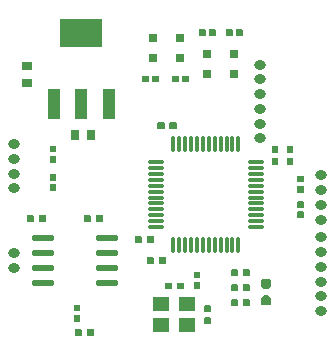
<source format=gtp>
G04 Layer: TopPasteMaskLayer*
G04 EasyEDA v6.5.40, 2024-02-04 21:12:00*
G04 47bb9c72da8d420c99b3d15ae168fc4e,2e16165ee3bb4678bfb3015e44e098b9,10*
G04 Gerber Generator version 0.2*
G04 Scale: 100 percent, Rotated: No, Reflected: No *
G04 Dimensions in millimeters *
G04 leading zeros omitted , absolute positions ,4 integer and 5 decimal *
%FSLAX45Y45*%
%MOMM*%

%AMMACRO1*21,1,$1,$2,0,0,$3*%
%ADD10R,0.9000X0.8000*%
%ADD11R,0.8000X0.9000*%
%ADD12R,0.8000X0.8000*%
%ADD13O,1.950212X0.5684012*%
%ADD14O,0.9999979999999999X0.7999984*%
%ADD15R,1.1000X2.5000*%
%ADD16MACRO1,3.6002X2.3398X0.0000*%
%ADD17O,0.27000199999999996X1.499997*%
%ADD18O,1.499997X0.27000199999999996*%
%ADD19R,1.4000X1.2000*%
%ADD20R,0.0155X1.2000*%

%LPD*%
G36*
X455371Y-1763217D02*
G01*
X450392Y-1768195D01*
X450392Y-1813204D01*
X455371Y-1818182D01*
X508406Y-1818182D01*
X513384Y-1813204D01*
X513384Y-1768195D01*
X508406Y-1763217D01*
G37*
G36*
X558393Y-1763217D02*
G01*
X553415Y-1768195D01*
X553415Y-1813204D01*
X558393Y-1818182D01*
X611378Y-1818182D01*
X616407Y-1813204D01*
X616407Y-1768195D01*
X611378Y-1763217D01*
G37*
G36*
X75793Y-1763217D02*
G01*
X70815Y-1768195D01*
X70815Y-1813204D01*
X75793Y-1818182D01*
X128778Y-1818182D01*
X133807Y-1813204D01*
X133807Y-1768195D01*
X128778Y-1763217D01*
G37*
G36*
X-27178Y-1763217D02*
G01*
X-32207Y-1768195D01*
X-32207Y-1813204D01*
X-27178Y-1818182D01*
X25806Y-1818182D01*
X30784Y-1813204D01*
X30784Y-1768195D01*
X25806Y-1763217D01*
G37*
G36*
X379222Y-2728417D02*
G01*
X374192Y-2733395D01*
X374192Y-2778404D01*
X379222Y-2783382D01*
X432206Y-2783382D01*
X437184Y-2778404D01*
X437184Y-2733395D01*
X432206Y-2728417D01*
G37*
G36*
X482193Y-2728417D02*
G01*
X477215Y-2733395D01*
X477215Y-2778404D01*
X482193Y-2783382D01*
X535178Y-2783382D01*
X540207Y-2778404D01*
X540207Y-2733395D01*
X535178Y-2728417D01*
G37*
G36*
X1077671Y-975817D02*
G01*
X1072692Y-980795D01*
X1072692Y-1025804D01*
X1077671Y-1030782D01*
X1130706Y-1030782D01*
X1135684Y-1025804D01*
X1135684Y-980795D01*
X1130706Y-975817D01*
G37*
G36*
X1180693Y-975817D02*
G01*
X1175715Y-980795D01*
X1175715Y-1025804D01*
X1180693Y-1030782D01*
X1233678Y-1030782D01*
X1238707Y-1025804D01*
X1238707Y-980795D01*
X1233678Y-975817D01*
G37*
G36*
X2047595Y-1174292D02*
G01*
X2042617Y-1179271D01*
X2042617Y-1232306D01*
X2047595Y-1237284D01*
X2092604Y-1237284D01*
X2097582Y-1232306D01*
X2097582Y-1179271D01*
X2092604Y-1174292D01*
G37*
G36*
X2047595Y-1277315D02*
G01*
X2042617Y-1282293D01*
X2042617Y-1335278D01*
X2047595Y-1340307D01*
X2092604Y-1340307D01*
X2097582Y-1335278D01*
X2097582Y-1282293D01*
X2092604Y-1277315D01*
G37*
G36*
X887171Y-1940966D02*
G01*
X882192Y-1945995D01*
X882192Y-1991004D01*
X887171Y-1995982D01*
X940206Y-1995982D01*
X945184Y-1991004D01*
X945184Y-1945995D01*
X940206Y-1940966D01*
G37*
G36*
X990193Y-1940966D02*
G01*
X985215Y-1945995D01*
X985215Y-1991004D01*
X990193Y-1995982D01*
X1043178Y-1995982D01*
X1048207Y-1991004D01*
X1048207Y-1945995D01*
X1043178Y-1940966D01*
G37*
G36*
X1091793Y-2118817D02*
G01*
X1086815Y-2123795D01*
X1086815Y-2168804D01*
X1091793Y-2173782D01*
X1144778Y-2173782D01*
X1149807Y-2168804D01*
X1149807Y-2123795D01*
X1144778Y-2118817D01*
G37*
G36*
X988821Y-2118817D02*
G01*
X983792Y-2123795D01*
X983792Y-2168804D01*
X988821Y-2173782D01*
X1041806Y-2173782D01*
X1046784Y-2168804D01*
X1046784Y-2123795D01*
X1041806Y-2118817D01*
G37*
G36*
X1705000Y-2347366D02*
G01*
X1699971Y-2352395D01*
X1699971Y-2397404D01*
X1705000Y-2402382D01*
X1753006Y-2402382D01*
X1759966Y-2397404D01*
X1759966Y-2352395D01*
X1753006Y-2347366D01*
G37*
G36*
X1802993Y-2347366D02*
G01*
X1795983Y-2352395D01*
X1795983Y-2397404D01*
X1802993Y-2402382D01*
X1850999Y-2402382D01*
X1855978Y-2397404D01*
X1855978Y-2352395D01*
X1850999Y-2347366D01*
G37*
G36*
X1705000Y-2474366D02*
G01*
X1699971Y-2479395D01*
X1699971Y-2524404D01*
X1705000Y-2529382D01*
X1753006Y-2529382D01*
X1759966Y-2524404D01*
X1759966Y-2479395D01*
X1753006Y-2474366D01*
G37*
G36*
X1802993Y-2474366D02*
G01*
X1795983Y-2479395D01*
X1795983Y-2524404D01*
X1802993Y-2529382D01*
X1850999Y-2529382D01*
X1855978Y-2524404D01*
X1855978Y-2479395D01*
X1850999Y-2474366D01*
G37*
G36*
X1244193Y-2334717D02*
G01*
X1237183Y-2339695D01*
X1237183Y-2384704D01*
X1244193Y-2389682D01*
X1292199Y-2389682D01*
X1297178Y-2384704D01*
X1297178Y-2339695D01*
X1292199Y-2334717D01*
G37*
G36*
X1146200Y-2334717D02*
G01*
X1141222Y-2339695D01*
X1141222Y-2384704D01*
X1146200Y-2389682D01*
X1194206Y-2389682D01*
X1201216Y-2384704D01*
X1201216Y-2339695D01*
X1194206Y-2334717D01*
G37*
G36*
X1476095Y-2525471D02*
G01*
X1471117Y-2530500D01*
X1471117Y-2578506D01*
X1476095Y-2585516D01*
X1521104Y-2585516D01*
X1526082Y-2578506D01*
X1526082Y-2530500D01*
X1521104Y-2525471D01*
G37*
G36*
X1476095Y-2621483D02*
G01*
X1471117Y-2628493D01*
X1471117Y-2676499D01*
X1476095Y-2681478D01*
X1521104Y-2681478D01*
X1526082Y-2676499D01*
X1526082Y-2628493D01*
X1521104Y-2621483D01*
G37*
G36*
X1705000Y-2220366D02*
G01*
X1699971Y-2225395D01*
X1699971Y-2270404D01*
X1705000Y-2275382D01*
X1753006Y-2275382D01*
X1759966Y-2270404D01*
X1759966Y-2225395D01*
X1753006Y-2220366D01*
G37*
G36*
X1802993Y-2220366D02*
G01*
X1795983Y-2225395D01*
X1795983Y-2270404D01*
X1802993Y-2275382D01*
X1850999Y-2275382D01*
X1855978Y-2270404D01*
X1855978Y-2225395D01*
X1850999Y-2220366D01*
G37*
G36*
X2174595Y-1275283D02*
G01*
X2169617Y-1282293D01*
X2169617Y-1330299D01*
X2174595Y-1335278D01*
X2219604Y-1335278D01*
X2224582Y-1330299D01*
X2224582Y-1282293D01*
X2219604Y-1275283D01*
G37*
G36*
X2174595Y-1179322D02*
G01*
X2169617Y-1184300D01*
X2169617Y-1232306D01*
X2174595Y-1239316D01*
X2219604Y-1239316D01*
X2224582Y-1232306D01*
X2224582Y-1184300D01*
X2219604Y-1179322D01*
G37*
G36*
X1957578Y-2303678D02*
G01*
X1951177Y-2310079D01*
X1951177Y-2360422D01*
X1980539Y-2387854D01*
X2008174Y-2387854D01*
X2037588Y-2360422D01*
X2037588Y-2310079D01*
X2031187Y-2303678D01*
G37*
G36*
X1981657Y-2439416D02*
G01*
X1952294Y-2466797D01*
X1952294Y-2517140D01*
X1958695Y-2523540D01*
X2032304Y-2523540D01*
X2038705Y-2517140D01*
X2038705Y-2466797D01*
X2009292Y-2439416D01*
G37*
G36*
X1033475Y-582574D02*
G01*
X1029512Y-586587D01*
X1029512Y-632612D01*
X1033475Y-636625D01*
X1083564Y-636625D01*
X1087577Y-632612D01*
X1087577Y-586587D01*
X1083564Y-582574D01*
G37*
G36*
X948436Y-582574D02*
G01*
X944422Y-586587D01*
X944422Y-632612D01*
X948436Y-636625D01*
X998474Y-636625D01*
X1002487Y-632612D01*
X1002487Y-586587D01*
X998474Y-582574D01*
G37*
G36*
X1202436Y-582574D02*
G01*
X1198422Y-586587D01*
X1198422Y-632612D01*
X1202436Y-636625D01*
X1252474Y-636625D01*
X1256487Y-632612D01*
X1256487Y-586587D01*
X1252474Y-582574D01*
G37*
G36*
X1287475Y-582574D02*
G01*
X1283512Y-586587D01*
X1283512Y-632612D01*
X1287475Y-636625D01*
X1337564Y-636625D01*
X1341577Y-632612D01*
X1341577Y-586587D01*
X1337564Y-582574D01*
G37*
G36*
X1659636Y-188874D02*
G01*
X1655622Y-192887D01*
X1655622Y-238912D01*
X1659636Y-242925D01*
X1709674Y-242925D01*
X1713687Y-238912D01*
X1713687Y-192887D01*
X1709674Y-188874D01*
G37*
G36*
X1744675Y-188874D02*
G01*
X1740712Y-192887D01*
X1740712Y-238912D01*
X1744675Y-242925D01*
X1794764Y-242925D01*
X1798777Y-238912D01*
X1798777Y-192887D01*
X1794764Y-188874D01*
G37*
G36*
X1516075Y-188874D02*
G01*
X1512112Y-192887D01*
X1512112Y-238912D01*
X1516075Y-242925D01*
X1566164Y-242925D01*
X1570177Y-238912D01*
X1570177Y-192887D01*
X1566164Y-188874D01*
G37*
G36*
X1431036Y-188874D02*
G01*
X1427022Y-192887D01*
X1427022Y-238912D01*
X1431036Y-242925D01*
X1481074Y-242925D01*
X1485087Y-238912D01*
X1485087Y-192887D01*
X1481074Y-188874D01*
G37*
G36*
X370687Y-2519222D02*
G01*
X366674Y-2523236D01*
X366674Y-2573274D01*
X370687Y-2577287D01*
X416712Y-2577287D01*
X420725Y-2573274D01*
X420725Y-2523236D01*
X416712Y-2519222D01*
G37*
G36*
X370687Y-2604312D02*
G01*
X366674Y-2608275D01*
X366674Y-2658364D01*
X370687Y-2662377D01*
X416712Y-2662377D01*
X420725Y-2658364D01*
X420725Y-2608275D01*
X416712Y-2604312D01*
G37*
G36*
X167487Y-1414322D02*
G01*
X163474Y-1418336D01*
X163474Y-1468374D01*
X167487Y-1472387D01*
X213512Y-1472387D01*
X217474Y-1468374D01*
X217474Y-1418336D01*
X213512Y-1414322D01*
G37*
G36*
X167487Y-1499412D02*
G01*
X163474Y-1503375D01*
X163474Y-1553464D01*
X167487Y-1557477D01*
X213512Y-1557477D01*
X217474Y-1553464D01*
X217474Y-1503375D01*
X213512Y-1499412D01*
G37*
G36*
X167487Y-1258112D02*
G01*
X163474Y-1262075D01*
X163474Y-1312164D01*
X167487Y-1316177D01*
X213512Y-1316177D01*
X217474Y-1312164D01*
X217474Y-1262075D01*
X213512Y-1258112D01*
G37*
G36*
X167487Y-1173022D02*
G01*
X163474Y-1177036D01*
X163474Y-1227074D01*
X167487Y-1231087D01*
X213512Y-1231087D01*
X217474Y-1227074D01*
X217474Y-1177036D01*
X213512Y-1173022D01*
G37*
G36*
X2262987Y-1512112D02*
G01*
X2258974Y-1516075D01*
X2258974Y-1566164D01*
X2262987Y-1570177D01*
X2309012Y-1570177D01*
X2312974Y-1566164D01*
X2312974Y-1516075D01*
X2309012Y-1512112D01*
G37*
G36*
X2262987Y-1427022D02*
G01*
X2258974Y-1431036D01*
X2258974Y-1481074D01*
X2262987Y-1485087D01*
X2309012Y-1485087D01*
X2312974Y-1481074D01*
X2312974Y-1431036D01*
X2309012Y-1427022D01*
G37*
G36*
X2262987Y-1642922D02*
G01*
X2258974Y-1646936D01*
X2258974Y-1696974D01*
X2262987Y-1700987D01*
X2309012Y-1700987D01*
X2312974Y-1696974D01*
X2312974Y-1646936D01*
X2309012Y-1642922D01*
G37*
G36*
X2262987Y-1728012D02*
G01*
X2258974Y-1731975D01*
X2258974Y-1782064D01*
X2262987Y-1786077D01*
X2309012Y-1786077D01*
X2312974Y-1782064D01*
X2312974Y-1731975D01*
X2309012Y-1728012D01*
G37*
G36*
X1386687Y-2324912D02*
G01*
X1382674Y-2328875D01*
X1382674Y-2378964D01*
X1386687Y-2382977D01*
X1432712Y-2382977D01*
X1436674Y-2378964D01*
X1436674Y-2328875D01*
X1432712Y-2324912D01*
G37*
G36*
X1386687Y-2239822D02*
G01*
X1382674Y-2243836D01*
X1382674Y-2293874D01*
X1386687Y-2297887D01*
X1432712Y-2297887D01*
X1436674Y-2293874D01*
X1436674Y-2243836D01*
X1432712Y-2239822D01*
G37*
D10*
G01*
X-25400Y-501497D03*
G01*
X-25400Y-641502D03*
D11*
G01*
X514502Y-1079500D03*
G01*
X374497Y-1079500D03*
D12*
G01*
X1727200Y-567689D03*
G01*
X1727200Y-397510D03*
G01*
X1498600Y-567689D03*
G01*
X1498600Y-397510D03*
D13*
G01*
X651510Y-2336800D03*
G01*
X651510Y-2209800D03*
G01*
X651510Y-2082800D03*
G01*
X651510Y-1955800D03*
G01*
X110489Y-2336800D03*
G01*
X110489Y-2209800D03*
G01*
X110489Y-2082800D03*
G01*
X110489Y-1955800D03*
D12*
G01*
X1041400Y-427989D03*
G01*
X1041400Y-257810D03*
G01*
X1270000Y-257810D03*
G01*
X1270000Y-427989D03*
D14*
G01*
X-139700Y-2082800D03*
G01*
X-139700Y-2207793D03*
D15*
G01*
X201803Y-817702D03*
G01*
X431800Y-817702D03*
G01*
X661796Y-817702D03*
D16*
G01*
X431800Y-223697D03*
D14*
G01*
X-139700Y-1534693D03*
G01*
X-139700Y-1409700D03*
G01*
X-139700Y-1159687D03*
G01*
X-139700Y-1284706D03*
G01*
X2463800Y-1424406D03*
G01*
X2463800Y-1549400D03*
G01*
X2463800Y-1799412D03*
G01*
X2463800Y-1674393D03*
G01*
X2463800Y-2324100D03*
G01*
X2463800Y-2199106D03*
G01*
X2463800Y-2449093D03*
G01*
X2463800Y-2574086D03*
G01*
X2463800Y-2074087D03*
G01*
X2463800Y-1949094D03*
G01*
X1943100Y-736600D03*
G01*
X1943100Y-861618D03*
G01*
X1943100Y-611606D03*
G01*
X1943100Y-486638D03*
G01*
X1943100Y-986612D03*
G01*
X1943100Y-1111605D03*
D17*
G01*
X1210894Y-2012492D03*
G01*
X1260906Y-2012492D03*
G01*
X1310894Y-2012492D03*
G01*
X1360906Y-2012492D03*
G01*
X1410893Y-2012492D03*
G01*
X1460906Y-2012492D03*
G01*
X1510893Y-2012492D03*
G01*
X1560906Y-2012492D03*
G01*
X1610893Y-2012492D03*
G01*
X1660905Y-2012492D03*
G01*
X1710893Y-2012492D03*
G01*
X1760905Y-2012492D03*
D18*
G01*
X1910892Y-1862505D03*
G01*
X1910892Y-1812493D03*
G01*
X1910892Y-1762505D03*
G01*
X1910892Y-1712493D03*
G01*
X1910892Y-1662506D03*
G01*
X1910892Y-1612493D03*
G01*
X1910892Y-1562506D03*
G01*
X1910892Y-1512493D03*
G01*
X1910892Y-1462506D03*
G01*
X1910892Y-1412494D03*
G01*
X1910892Y-1362506D03*
G01*
X1910892Y-1312494D03*
D17*
G01*
X1760905Y-1162507D03*
G01*
X1710893Y-1162507D03*
G01*
X1660905Y-1162507D03*
G01*
X1610893Y-1162507D03*
G01*
X1560906Y-1162507D03*
G01*
X1510893Y-1162507D03*
G01*
X1460906Y-1162507D03*
G01*
X1410893Y-1162507D03*
G01*
X1360906Y-1162507D03*
G01*
X1310894Y-1162507D03*
G01*
X1260906Y-1162507D03*
G01*
X1210894Y-1162507D03*
D18*
G01*
X1060907Y-1312494D03*
G01*
X1060907Y-1362506D03*
G01*
X1060907Y-1412494D03*
G01*
X1060907Y-1462506D03*
G01*
X1060907Y-1512493D03*
G01*
X1060907Y-1562506D03*
G01*
X1060907Y-1612493D03*
G01*
X1060907Y-1662506D03*
G01*
X1060907Y-1712493D03*
G01*
X1060907Y-1762505D03*
G01*
X1060907Y-1812493D03*
G01*
X1060907Y-1862505D03*
D19*
G01*
X1109192Y-2690977D03*
G01*
X1329207Y-2690977D03*
G01*
X1329207Y-2515971D03*
G01*
X1109192Y-2515996D03*
M02*

</source>
